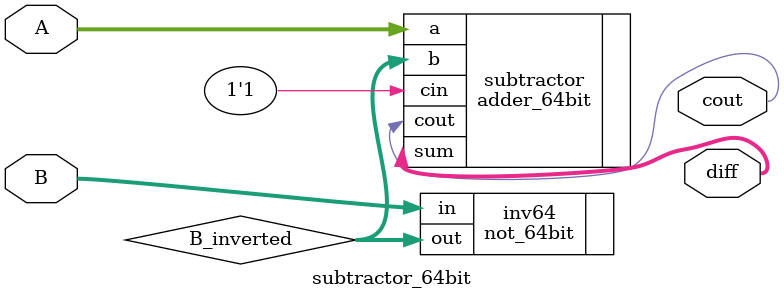
<source format=sv>
module subtractor_64bit (A, B, diff, cout);
	input logic [63:0] A, B;
	output logic [63:0] diff;
	output logic cout;
	
	logic [63:0] B_inverted;
	not_64bit inv64 (.in(B), .out(B_inverted));
	
	// A - B = A + (-B)
	// -B = 2C form of B = bit flips + 1, so carry_in = 1
	
	adder_64bit subtractor (.a(A), .b(B_inverted), .cin(1'b1), .sum(diff), .cout(cout));
endmodule

</source>
